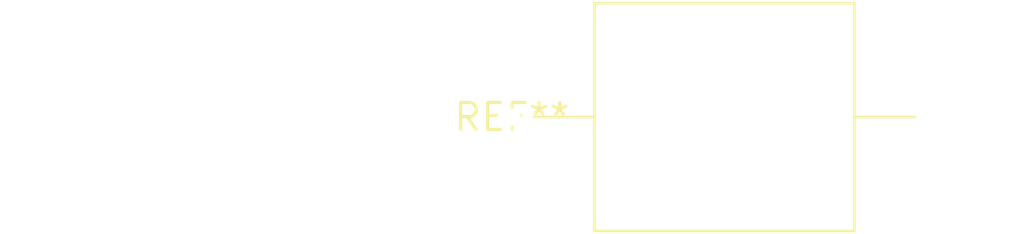
<source format=kicad_pcb>
(kicad_pcb (version 20240108) (generator pcbnew)
  (layers (0 "F.Cu" signal) (31 "B.Cu" signal) (34 "B.Paste" user) (35 "F.Paste" user) (36 "B.SilkS" user "B.Silkscreen") (37 "F.SilkS" user "F.Silkscreen") (38 "B.Mask" user) (39 "F.Mask" user) (44 "Edge.Cuts" user))
  (net 0 "")
  (footprint "C_Axial_L12.0mm_D10.5mm_P20.00mm_Horizontal" (layer "F.Cu") (at 0 0)
    (property "Reference" "REF**")
    (property "Value" "C_Axial_L12.0mm_D10.5mm_P20.00mm_Horizontal")
    (fp_line (start 1.04 0) (end 3.88 0) (layer "F.SilkS") (stroke (width 0.12)))
    (fp_line (start 3.88 -5.37) (end 3.88 5.37) (layer "F.SilkS") (stroke (width 0.12)))
    (fp_line (start 3.88 5.37) (end 16.12 5.37) (layer "F.SilkS") (stroke (width 0.12)))
    (fp_line (start 16.12 -5.37) (end 3.88 -5.37) (layer "F.SilkS") (stroke (width 0.12)))
    (fp_line (start 16.12 5.37) (end 16.12 -5.37) (layer "F.SilkS") (stroke (width 0.12)))
    (fp_line (start 18.96 0) (end 16.12 0) (layer "F.SilkS") (stroke (width 0.12)))
    (pad "1" thru_hole circle (at 0 0) (size 1.6 1.6) (drill 0.8) (layers *.Cu *.Mask) (remove_unused_layers))
    (pad "2" thru_hole oval (at 20 0) (size 1.6 1.6) (drill 0.8) (layers *.Cu *.Mask) (remove_unused_layers))
  )
)
</source>
